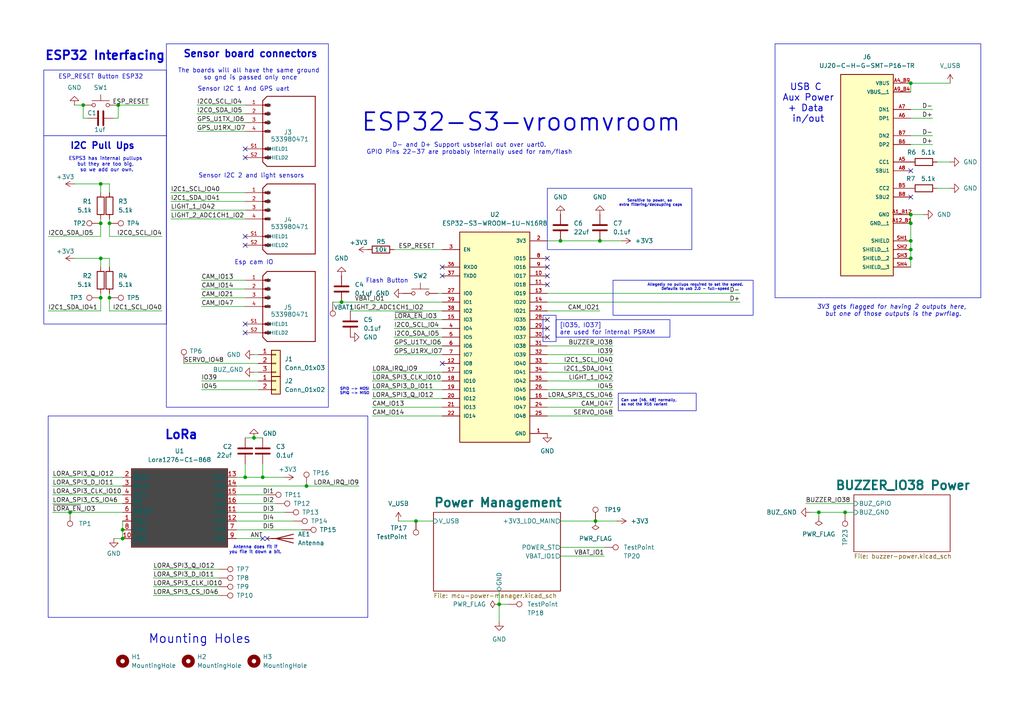
<source format=kicad_sch>
(kicad_sch (version 20250114) (generator "eeschema") (generator_version "9.0")
  (paper "A4")
  (title_block (title "MCU Board Main") (date "2026-01-27") (rev "V2") (company "The Retrievers | Designed by aids") (comment 1 "Balls"))
  (lib_symbols
    (symbol "Connector:TestPoint" (pin_numbers (hide yes)) (pin_names (offset 0.762) (hide yes))
      (property "Reference" "TP" (at 0 6.858 0))
      (property "Value" "TestPoint" (at 0 5.08 0))
      (symbol "TestPoint_0_1"
        (circle (center 0 3.302) (radius 0.762))
      )
      (symbol "TestPoint_1_1"
        (pin passive line (at 0 0 90) (length 2.54) (name "1") (number "1"))
      )
    )
    (symbol "Connector_Generic:Conn_01x02" (pin_names (offset 1.016) (hide yes))
      (property "Reference" "J" (at 0 2.54 0))
      (property "Value" "Conn_01x02" (at 0 -5.08 0))
      (symbol "Conn_01x02_1_1"
        (rectangle (start -1.27 1.27) (end 1.27 -3.81) (stroke (width 0.254)) (fill (type background)))
        (rectangle (start -1.27 0.127) (end 0 -0.127) (stroke (width 0.1524)))
        (rectangle (start -1.27 -2.413) (end 0 -2.667) (stroke (width 0.1524)))
        (pin passive line (at -5.08 0 0) (length 3.81) (name "Pin_1") (number "1"))
        (pin passive line (at -5.08 -2.54 0) (length 3.81) (name "Pin_2") (number "2"))
      )
    )
    (symbol "Connector_Generic:Conn_01x03" (pin_names (offset 1.016) (hide yes))
      (property "Reference" "J" (at 0 5.08 0))
      (property "Value" "Conn_01x03" (at 0 -5.08 0))
      (symbol "Conn_01x03_1_1"
        (rectangle (start -1.27 3.81) (end 1.27 -3.81) (stroke (width 0.254)) (fill (type background)))
        (rectangle (start -1.27 2.667) (end 0 2.413) (stroke (width 0.1524)))
        (rectangle (start -1.27 0.127) (end 0 -0.127) (stroke (width 0.1524)))
        (rectangle (start -1.27 -2.413) (end 0 -2.667) (stroke (width 0.1524)))
        (pin passive line (at -5.08 2.54 0) (length 3.81) (name "Pin_1") (number "1"))
        (pin passive line (at -5.08 0 0) (length 3.81) (name "Pin_2") (number "2"))
        (pin passive line (at -5.08 -2.54 0) (length 3.81) (name "Pin_3") (number "3"))
      )
    )
    (symbol "Device:Antenna" (pin_numbers (hide yes)) (pin_names (offset 1.016) (hide yes))
      (property "Reference" "AE" (at -1.905 1.905 0))
      (property "Value" "Antenna" (at -1.905 0 0))
      (symbol "Antenna_0_1"
        (polyline (pts (xy 0 2.54) (xy 0 -3.81)) (stroke (width 0.254)))
        (polyline (pts (xy 1.27 2.54) (xy 0 -2.54) (xy -1.27 2.54)) (stroke (width 0.254)))
      )
      (symbol "Antenna_1_1"
        (pin input line (at 0 -5.08 90) (length 2.54) (name "A") (number "1"))
      )
    )
    (symbol "Device:C" (pin_numbers (hide yes)) (pin_names (offset 0.254))
      (property "Reference" "C" (at 0.635 2.54 0))
      (property "Value" "C" (at 0.635 -2.54 0))
      (symbol "C_0_1"
        (polyline (pts (xy -2.032 0.762) (xy 2.032 0.762)) (stroke (width 0.508)))
        (polyline (pts (xy -2.032 -0.762) (xy 2.032 -0.762)) (stroke (width 0.508)))
      )
      (symbol "C_1_1"
        (pin passive line (at 0 3.81 270) (length 2.794) (name "~") (number "1"))
        (pin passive line (at 0 -3.81 90) (length 2.794) (name "~") (number "2"))
      )
    )
    (symbol "Device:R" (pin_numbers (hide yes)) (pin_names (offset 0))
      (property "Reference" "R" (at 2.032 0 90))
      (property "Value" "R" (at 0 0 90))
      (symbol "R_0_1"
        (rectangle (start -1.016 -2.54) (end 1.016 2.54) (stroke (width 0.254)))
      )
      (symbol "R_1_1"
        (pin passive line (at 0 3.81 270) (length 1.27) (name "~") (number "1"))
        (pin passive line (at 0 -3.81 90) (length 1.27) (name "~") (number "2"))
      )
    )
    (symbol "ESP32-S3-WROOM-1U-N16R8:ESP32-S3-WROOM-1U-N16R8" (pin_names (offset 1.016))
      (property "Reference" "U" (at -10.16 31.242 0))
      (property "Value" "ESP32-S3-WROOM-1U-N16R8" (at -10.16 -33.02 0))
      (symbol "ESP32-S3-WROOM-1U-N16R8_0_0"
        (rectangle (start -10.16 -30.48) (end 10.16 30.48) (stroke (width 0.254)) (fill (type background)))
        (pin input line (at -15.24 25.4 0) (length 5.08) (name "EN") (number "3"))
        (pin bidirectional line (at -15.24 20.32 0) (length 5.08) (name "RXD0") (number "36"))
        (pin bidirectional line (at -15.24 17.78 0) (length 5.08) (name "TXD0") (number "37"))
        (pin bidirectional line (at -15.24 12.7 0) (length 5.08) (name "IO0") (number "27"))
        (pin bidirectional line (at -15.24 10.16 0) (length 5.08) (name "IO1") (number "39"))
        (pin bidirectional line (at -15.24 7.62 0) (length 5.08) (name "IO2") (number "38"))
        (pin bidirectional line (at -15.24 5.08 0) (length 5.08) (name "IO3") (number "15"))
        (pin bidirectional line (at -15.24 2.54 0) (length 5.08) (name "IO4") (number "4"))
        (pin bidirectional line (at -15.24 0 0) (length 5.08) (name "IO5") (number "5"))
        (pin bidirectional line (at -15.24 -2.54 0) (length 5.08) (name "IO6") (number "6"))
        (pin bidirectional line (at -15.24 -5.08 0) (length 5.08) (name "IO7") (number "7"))
        (pin bidirectional line (at -15.24 -7.62 0) (length 5.08) (name "IO8") (number "12"))
        (pin bidirectional line (at -15.24 -10.16 0) (length 5.08) (name "IO9") (number "17"))
        (pin bidirectional line (at -15.24 -12.7 0) (length 5.08) (name "IO10") (number "18"))
        (pin bidirectional line (at -15.24 -15.24 0) (length 5.08) (name "IO11") (number "19"))
        (pin bidirectional line (at -15.24 -17.78 0) (length 5.08) (name "IO12") (number "20"))
        (pin bidirectional line (at -15.24 -20.32 0) (length 5.08) (name "IO13") (number "21"))
        (pin bidirectional line (at -15.24 -22.86 0) (length 5.08) (name "IO14") (number "22"))
        (pin power_in line (at 15.24 27.94 180) (length 5.08) (name "3V3") (number "2"))
        (pin bidirectional line (at 15.24 22.86 180) (length 5.08) (name "IO15") (number "8"))
        (pin bidirectional line (at 15.24 20.32 180) (length 5.08) (name "IO16") (number "9"))
        (pin bidirectional line (at 15.24 17.78 180) (length 5.08) (name "IO17") (number "10"))
        (pin bidirectional line (at 15.24 15.24 180) (length 5.08) (name "IO18") (number "11"))
        (pin bidirectional line (at 15.24 12.7 180) (length 5.08) (name "IO19") (number "13"))
        (pin bidirectional line (at 15.24 10.16 180) (length 5.08) (name "IO20") (number "14"))
        (pin bidirectional line (at 15.24 7.62 180) (length 5.08) (name "IO21") (number "23"))
        (pin bidirectional line (at 15.24 5.08 180) (length 5.08) (name "IO35") (number "28"))
        (pin bidirectional line (at 15.24 2.54 180) (length 5.08) (name "IO36") (number "29"))
        (pin bidirectional line (at 15.24 0 180) (length 5.08) (name "IO37") (number "30"))
        (pin bidirectional line (at 15.24 -2.54 180) (length 5.08) (name "IO38") (number "31"))
        (pin bidirectional line (at 15.24 -5.08 180) (length 5.08) (name "IO39") (number "32"))
        (pin bidirectional line (at 15.24 -7.62 180) (length 5.08) (name "IO40") (number "33"))
        (pin bidirectional line (at 15.24 -10.16 180) (length 5.08) (name "IO41") (number "34"))
        (pin bidirectional line (at 15.24 -12.7 180) (length 5.08) (name "IO42") (number "35"))
        (pin bidirectional line (at 15.24 -15.24 180) (length 5.08) (name "IO45") (number "26"))
        (pin bidirectional line (at 15.24 -17.78 180) (length 5.08) (name "IO46") (number "16"))
        (pin bidirectional line (at 15.24 -20.32 180) (length 5.08) (name "IO47") (number "24"))
        (pin bidirectional line (at 15.24 -22.86 180) (length 5.08) (name "IO48") (number "25"))
        (pin power_in line (at 15.24 -27.94 180) (length 5.08) (name "GND") (number "1"))
        (pin power_in line (at 15.24 -27.94 180) (length 5.08) (hide yes) (name "GND") (number "40"))
        (pin power_in line (at 15.24 -27.94 180) (length 5.08) (hide yes) (name "GND") (number "41_1"))
        (pin power_in line (at 15.24 -27.94 180) (length 5.08) (hide yes) (name "GND") (number "41_2"))
        (pin power_in line (at 15.24 -27.94 180) (length 5.08) (hide yes) (name "GND") (number "41_3"))
        (pin power_in line (at 15.24 -27.94 180) (length 5.08) (hide yes) (name "GND") (number "41_4"))
        (pin power_in line (at 15.24 -27.94 180) (length 5.08) (hide yes) (name "GND") (number "41_5"))
        (pin power_in line (at 15.24 -27.94 180) (length 5.08) (hide yes) (name "GND") (number "41_6"))
        (pin power_in line (at 15.24 -27.94 180) (length 5.08) (hide yes) (name "GND") (number "41_7"))
        (pin power_in line (at 15.24 -27.94 180) (length 5.08) (hide yes) (name "GND") (number "41_8"))
        (pin power_in line (at 15.24 -27.94 180) (length 5.08) (hide yes) (name "GND") (number "41_9"))
      )
    )
    (symbol "Mechanical:MountingHole" (pin_names (offset 1.016)) (in_bom no)
      (property "Reference" "H" (at 0 5.08 0))
      (property "Value" "MountingHole" (at 0 3.175 0))
      (symbol "MountingHole_0_1"
        (circle (center 0 0) (radius 1.27) (stroke (width 1.27)))
      )
    )
    (symbol "PSAT_Library:533980471" (pin_names (offset 1.016))
      (property "Reference" "J" (at -7.62 11.43 0))
      (property "Value" "533980471" (at -7.62 -12.7 0))
      (symbol "533980471_0_0"
        (polyline (pts (xy -7.62 8.89) (xy -7.62 -8.89)) (stroke (width 0.254)))
        (polyline (pts (xy -7.62 8.89) (xy -6.35 10.16)) (stroke (width 0.254)))
        (polyline (pts (xy -7.62 7.62) (xy -5.715 7.62)) (stroke (width 0.254)))
        (polyline (pts (xy -7.62 5.08) (xy -5.715 5.08)) (stroke (width 0.254)))
        (polyline (pts (xy -7.62 2.54) (xy -5.715 2.54)) (stroke (width 0.254)))
        (polyline (pts (xy -7.62 0) (xy -5.715 0)) (stroke (width 0.254)))
        (polyline (pts (xy -7.62 -5.08) (xy -5.715 -5.08)) (stroke (width 0.254)))
        (polyline (pts (xy -7.62 -7.62) (xy -5.715 -7.62)) (stroke (width 0.254)))
        (polyline (pts (xy -7.62 -8.89) (xy -6.35 -10.16)) (stroke (width 0.254)))
        (rectangle (start -6.985 7.3025) (end -5.3975 7.9375) (stroke (width 0.1)) (fill (type outline)))
        (rectangle (start -6.985 4.7625) (end -5.3975 5.3975) (stroke (width 0.1)) (fill (type outline)))
        (rectangle (start -6.985 2.2225) (end -5.3975 2.8575) (stroke (width 0.1)) (fill (type outline)))
        (rectangle (start -6.985 -0.3175) (end -5.3975 0.3175) (stroke (width 0.1)) (fill (type outline)))
        (rectangle (start -6.985 -5.3975) (end -5.3975 -4.7625) (stroke (width 0.1)) (fill (type outline)))
        (rectangle (start -6.985 -7.9375) (end -5.3975 -7.3025) (stroke (width 0.1)) (fill (type outline)))
        (polyline (pts (xy -6.35 -10.16) (xy 7.62 -10.16)) (stroke (width 0.254)))
        (polyline (pts (xy 7.62 10.16) (xy -6.35 10.16)) (stroke (width 0.254)))
        (polyline (pts (xy 7.62 -10.16) (xy 7.62 10.16)) (stroke (width 0.254)))
        (pin passive line (at -12.7 7.62 0) (length 5.08) (name "1") (number "1"))
        (pin passive line (at -12.7 5.08 0) (length 5.08) (name "2") (number "2"))
        (pin passive line (at -12.7 2.54 0) (length 5.08) (name "3") (number "3"))
        (pin passive line (at -12.7 0 0) (length 5.08) (name "4") (number "4"))
        (pin passive line (at -12.7 -5.08 0) (length 5.08) (name "SHIELD1") (number "S1"))
        (pin passive line (at -12.7 -7.62 0) (length 5.08) (name "SHIELD2") (number "S2"))
      )
    )
    (symbol "PSAT_Library:Lora1276-C1-868"
      (property "Reference" "U" (at 0 0 0))
      (property "Value" "Lora1276-C1-868" (at 0 -25.908 0))
      (symbol "Lora1276-C1-868_1_1"
        (rectangle (start -13.97 -1.27) (end 13.97 -24.13) (fill (type color) (color 72 72 72 1)))
        (pin output line (at -16.51 -3.81 0) (length 2.54) (name "MISO") (number "2"))
        (pin input line (at -16.51 -6.35 0) (length 2.54) (name "MOSI") (number "3"))
        (pin input line (at -16.51 -8.89 0) (length 2.54) (name "SCK") (number "4"))
        (pin input line (at -16.51 -11.43 0) (length 2.54) (name "~{SS}") (number "5"))
        (pin input line (at -16.51 -13.97 0) (length 2.54) (name "~{RESET}") (number "6"))
        (pin power_in line (at -16.51 -16.51 0) (length 2.54) (name "GND") (number "1"))
        (pin power_in line (at -16.51 -19.05 0) (length 2.54) (name "GND") (number "8"))
        (pin power_in line (at -16.51 -21.59 0) (length 2.54) (name "GND") (number "10"))
        (pin power_in line (at 16.51 -3.81 180) (length 2.54) (name "VCC") (number "13"))
        (pin bidirectional line (at 16.51 -6.35 180) (length 2.54) (name "DI0") (number "14"))
        (pin bidirectional line (at 16.51 -8.89 180) (length 2.54) (name "DI1") (number "15"))
        (pin bidirectional line (at 16.51 -11.43 180) (length 2.54) (name "DI2") (number "16"))
        (pin bidirectional line (at 16.51 -13.97 180) (length 2.54) (name "DI3") (number "11"))
        (pin bidirectional line (at 16.51 -16.51 180) (length 2.54) (name "DI4") (number "12"))
        (pin bidirectional line (at 16.51 -19.05 180) (length 2.54) (name "DI5") (number "7"))
        (pin bidirectional line (at 16.51 -21.59 180) (length 2.54) (name "ANT") (number "9"))
      )
    )
    (symbol "Switch:SW_Push" (pin_numbers (hide yes)) (pin_names (offset 1.016) (hide yes))
      (property "Reference" "SW" (at 1.27 2.54 0))
      (property "Value" "SW_Push" (at 0 -1.524 0))
      (symbol "SW_Push_0_1"
        (circle (center -2.032 0) (radius 0.508))
        (polyline (pts (xy 0 1.27) (xy 0 3.048)))
        (circle (center 2.032 0) (radius 0.508))
        (polyline (pts (xy 2.54 1.27) (xy -2.54 1.27)))
        (pin passive line (at -5.08 0 0) (length 2.54) (name "1") (number "1"))
        (pin passive line (at 5.08 0 180) (length 2.54) (name "2") (number "2"))
      )
    )
    (symbol "UJ20-C-H-G-SMT-P16-TR:UJ20-C-H-G-SMT-P16-TR" (pin_names (offset 1.016))
      (property "Reference" "J" (at -7.62 23.622 0))
      (property "Value" "UJ20-C-H-G-SMT-P16-TR" (at -7.62 -36.322 0))
      (symbol "UJ20-C-H-G-SMT-P16-TR_0_0"
        (rectangle (start -7.62 -35.56) (end 7.62 22.86) (stroke (width 0.254)) (fill (type background)))
        (pin power_in line (at 12.7 20.32 180) (length 5.08) (name "VBUS") (number "A4_B9"))
        (pin power_in line (at 12.7 17.78 180) (length 5.08) (name "VBUS__1") (number "A9_B4"))
        (pin passive line (at 12.7 12.7 180) (length 5.08) (name "DN1") (number "A7"))
        (pin passive line (at 12.7 10.16 180) (length 5.08) (name "DP1") (number "A6"))
        (pin passive line (at 12.7 5.08 180) (length 5.08) (name "DN2") (number "B7"))
        (pin passive line (at 12.7 2.54 180) (length 5.08) (name "DP2") (number "B6"))
        (pin passive line (at 12.7 -2.54 180) (length 5.08) (name "CC1") (number "A5"))
        (pin passive line (at 12.7 -5.08 180) (length 5.08) (name "SBU1") (number "A8"))
        (pin passive line (at 12.7 -10.16 180) (length 5.08) (name "CC2") (number "B5"))
        (pin passive line (at 12.7 -12.7 180) (length 5.08) (name "SBU2") (number "B8"))
        (pin power_in line (at 12.7 -17.78 180) (length 5.08) (name "GND") (number "A1_B12"))
        (pin power_in line (at 12.7 -20.32 180) (length 5.08) (name "GND__1") (number "A12_B1"))
        (pin passive line (at 12.7 -25.4 180) (length 5.08) (name "SHIELD") (number "SH1"))
        (pin passive line (at 12.7 -27.94 180) (length 5.08) (name "SHIELD__1") (number "SH2"))
        (pin passive line (at 12.7 -30.48 180) (length 5.08) (name "SHIELD__2") (number "SH3"))
        (pin passive line (at 12.7 -33.02 180) (length 5.08) (name "SHIELD__3") (number "SH4"))
      )
    )
    (symbol "power:+3V3" (power) (pin_numbers (hide yes)) (pin_names (offset 0) (hide yes))
      (property "Value" "+3V3" (at 0 3.556 0))
      (symbol "+3V3_0_1"
        (polyline (pts (xy -0.762 1.27) (xy 0 2.54)))
        (polyline (pts (xy 0 2.54) (xy 0.762 1.27)))
        (polyline (pts (xy 0 0) (xy 0 2.54)))
      )
      (symbol "+3V3_1_1"
        (pin power_in line (at 0 0 90) (length 0) (name "~") (number "1"))
      )
    )
    (symbol "power:GND" (power) (pin_numbers (hide yes)) (pin_names (offset 0) (hide yes))
      (property "Value" "GND" (at 0 -3.81 0))
      (symbol "GND_0_1"
        (polyline (pts (xy 0 0) (xy 0 -1.27) (xy 1.27 -1.27) (xy 0 -2.54) (xy -1.27 -1.27) (xy 0 -1.27)))
      )
      (symbol "GND_1_1"
        (pin power_in line (at 0 0 270) (length 0) (name "~") (number "1"))
      )
    )
    (symbol "power:PWR_FLAG" (power) (pin_numbers (hide yes)) (pin_names (offset 0) (hide yes))
      (property "Value" "PWR_FLAG" (at 0 3.81 0))
      (symbol "PWR_FLAG_0_0"
        (pin power_out line (at 0 0 90) (length 0) (name "~") (number "1"))
      )
      (symbol "PWR_FLAG_0_1"
        (polyline (pts (xy 0 0) (xy 0 1.27) (xy -1.016 1.905) (xy 0 2.54) (xy 1.016 1.905) (xy 0 1.27)))
      )
    )
  )
  (rectangle (start 12.7 39.37) (end 48.26 93.98))
  (rectangle (start 179.324 114.046) (end 201.93 119.126))
  (rectangle (start 13.97 120.65) (end 106.68 179.07))
  (rectangle (start 224.79 12.7) (end 284.48 86.36))
  (rectangle (start 161.29 92.71) (end 194.31 97.79))
  (rectangle (start 12.7 20.32) (end 48.26 39.37))
  (rectangle (start 48.26 12.7) (end 95.25 118.11))
  (rectangle (start 158.75 54.61) (end 200.66 72.39))
  (rectangle (start 157.48 91.44) (end 161.29 99.06))
  (rectangle (start 177.8 81.28) (end 218.44 91.44))
  (text "Esp cam IO" (at 73.66 76.2 0) (effects (font (size 1.27 1.27))))
  (text "3V3 gets flagged for having 2 outputs here, \nbut one of those outputs is the pwrflag." (at 259.08 90.17 0) (effects (font (size 1.27 1.27) (thickness 0.1588) (italic yes))))
  (text "ESP32 Interfacing" (at 30.48 16.256 0) (effects (font (size 2.54 2.54) (thickness 0.508) (bold yes))))
  (text "LoRa" (at 52.578 126.238 0) (effects (font (size 2.54 2.54) (thickness 0.508) (bold yes))))
  (text "ESPS3 has internal pullups \nbut they are too big, \nso we add our own." (at 30.988 47.752 0) (effects (font (size 1.016 1.016))))
  (text "ESP_RESET Button ESP32" (at 29.21 22.352 0) (effects (font (size 1.27 1.27))))
  (text "Can use [46, 48] normally, \nas not the R16 variant" (at 180.086 116.84 0) (effects (font (size 0.762 0.762)) (justify left)))
  (text "Sensor I2C 1 And GPS uart" (at 70.612 25.908 0) (effects (font (size 1.27 1.27))))
  (text "SPID -> MOSI\nSPIQ -> MISO" (at 102.87 113.538 0) (effects (font (size 0.762 0.762))))
  (text "Sensitive to power, so \nextra filtering/decoupling caps" (at 188.722 58.928 0) (effects (font (size 0.762 0.762))))
  (text "Sensor board connectors" (at 72.644 15.748 0) (effects (font (size 2.032 2.032) (thickness 0.4064) (bold yes))))
  (text "The boards will all have the same ground \nso gnd is passed only once" (at 72.644 21.59 0) (effects (font (size 1.27 1.27))))
  (text "Mounting Holes" (at 57.912 185.42 0) (effects (font (size 2.54 2.54) (thickness 0.254) (bold yes))))
  (text "Allegedly no pullups required to set the speed.\nDefaults to usb 2.0 - full-speed" (at 201.676 83.312 0) (effects (font (size 0.762 0.762))))
  (text "ESP32-S3-vroomvroom" (at 151.13 35.56 0) (effects (font (size 5.08 5.08) (thickness 0.508) (bold yes))))
  (text "USB C \nAux Power\n+ Data \nin/out" (at 234.442 29.972 0) (effects (font (size 1.905 1.905) (thickness 0.2381))))
  (text "Antenna does fit if \nyou file it down a bit. " (at 74.422 159.512 0) (effects (font (size 0.889 0.889) (thickness 0.1588))))
  (text "Sensor I2C 2 and light sensors" (at 72.898 51.054 0) (effects (font (size 1.27 1.27))))
  (text "I2C Pull Ups" (at 29.718 42.418 0) (effects (font (size 1.905 1.905) (thickness 0.381) (bold yes))))
  (text "[IO35, IO37]\nare used for internal PSRAM" (at 162.306 95.504 0) (effects (font (size 1.27 1.27)) (justify left)))
  (text "Flash Button" (at 112.268 81.534 0) (effects (font (size 1.27 1.27))))
  (text "D- and D+ Support usbserial out over uart0.\nGPIO Pins 22-37 are probably internally used for ram/flash\n" (at 136.144 43.18 0) (effects (font (size 1.27 1.27))))
  (junction (at 29.21 53.34))
  (junction (at 34.29 30.48))
  (junction (at 264.16 62.23))
  (junction (at 71.12 138.43))
  (junction (at 144.78 175.26))
  (junction (at 31.75 86.36))
  (junction (at 264.16 74.93))
  (junction (at 237.49 148.59))
  (junction (at 162.56 69.85))
  (junction (at 264.16 24.13))
  (junction (at 245.11 148.59))
  (junction (at 73.66 127))
  (junction (at 264.16 69.85))
  (junction (at 76.2 138.43))
  (junction (at 35.56 156.21))
  (junction (at 173.99 69.85))
  (junction (at 29.21 86.36))
  (junction (at 99.06 87.63))
  (junction (at 24.13 30.48))
  (junction (at 172.72 151.13))
  (junction (at 35.56 153.67))
  (junction (at 31.75 64.77))
  (junction (at 88.9 140.97))
  (junction (at 29.21 74.93))
  (junction (at 120.65 151.13))
  (junction (at 264.16 72.39))
  (junction (at 264.16 64.77))
  (junction (at 20.32 148.59))
  (junction (at 29.21 64.77))
  (no_connect (at 158.75 77.47))
  (no_connect (at 77.47 156.21))
  (no_connect (at 71.12 71.12))
  (no_connect (at 71.12 43.18))
  (no_connect (at 128.27 77.47))
  (no_connect (at 71.12 96.52))
  (no_connect (at 158.75 74.93))
  (no_connect (at 128.27 80.01))
  (no_connect (at 71.12 45.72))
  (no_connect (at 158.75 95.25))
  (no_connect (at 71.12 68.58))
  (no_connect (at 76.2 156.21))
  (no_connect (at 158.75 80.01))
  (no_connect (at 158.75 82.55))
  (no_connect (at 128.27 105.41))
  (no_connect (at 264.16 57.15))
  (no_connect (at 71.12 93.98))
  (no_connect (at 158.75 92.71))
  (no_connect (at 158.75 97.79))
  (no_connect (at 264.16 49.53))
  (wire (pts (xy 73.66 102.87) (xy 74.93 102.87)))
  (wire (pts (xy 76.2 134.62) (xy 76.2 138.43)))
  (wire (pts (xy 114.3 97.79) (xy 128.27 97.79)))
  (wire (pts (xy 31.75 85.09) (xy 31.75 86.36)))
  (wire (pts (xy 158.75 110.49) (xy 177.8 110.49)))
  (wire (pts (xy 15.24 140.97) (xy 35.56 140.97)))
  (wire (pts (xy 58.42 81.28) (xy 71.12 81.28)))
  (wire (pts (xy 270.51 34.29) (xy 264.16 34.29)))
  (wire (pts (xy 271.78 54.61) (xy 275.59 54.61)))
  (wire (pts (xy 24.13 30.48) (xy 24.13 34.29)))
  (wire (pts (xy 115.57 151.13) (xy 120.65 151.13)))
  (wire (pts (xy 107.95 115.57) (xy 128.27 115.57)))
  (wire (pts (xy 73.66 127) (xy 76.2 127)))
  (wire (pts (xy 88.9 140.97) (xy 104.14 140.97)))
  (wire (pts (xy 158.75 120.65) (xy 177.8 120.65)))
  (wire (pts (xy 99.06 87.63) (xy 128.27 87.63)))
  (wire (pts (xy 158.75 90.17) (xy 173.99 90.17)))
  (wire (pts (xy 158.75 102.87) (xy 177.8 102.87)))
  (wire (pts (xy 49.53 63.5) (xy 71.12 63.5)))
  (wire (pts (xy 31.75 86.36) (xy 31.75 90.17)))
  (wire (pts (xy 107.95 107.95) (xy 128.27 107.95)))
  (wire (pts (xy 264.16 69.85) (xy 264.16 72.39)))
  (wire (pts (xy 20.32 148.59) (xy 35.56 148.59)))
  (wire (pts (xy 31.75 64.77) (xy 31.75 68.58)))
  (wire (pts (xy 158.75 107.95) (xy 177.8 107.95)))
  (wire (pts (xy 120.65 151.13) (xy 125.73 151.13)))
  (wire (pts (xy 245.11 148.59) (xy 247.65 148.59)))
  (wire (pts (xy 264.16 74.93) (xy 264.16 77.47)))
  (wire (pts (xy 58.42 110.49) (xy 74.93 110.49)))
  (wire (pts (xy 158.75 105.41) (xy 177.8 105.41)))
  (wire (pts (xy 264.16 72.39) (xy 264.16 74.93)))
  (wire (pts (xy 175.26 161.29) (xy 162.56 161.29)))
  (wire (pts (xy 35.56 151.13) (xy 35.56 153.67)))
  (wire (pts (xy 267.97 62.23) (xy 264.16 62.23)))
  (wire (pts (xy 49.53 60.96) (xy 71.12 60.96)))
  (wire (pts (xy 264.16 64.77) (xy 264.16 69.85)))
  (wire (pts (xy 114.3 100.33) (xy 128.27 100.33)))
  (wire (pts (xy 63.5 172.72) (xy 44.45 172.72)))
  (wire (pts (xy 158.75 100.33) (xy 177.8 100.33)))
  (wire (pts (xy 158.75 69.85) (xy 162.56 69.85)))
  (wire (pts (xy 173.99 69.85) (xy 180.34 69.85)))
  (wire (pts (xy 107.95 113.03) (xy 128.27 113.03)))
  (wire (pts (xy 158.75 85.09) (xy 214.63 85.09)))
  (wire (pts (xy 71.12 138.43) (xy 76.2 138.43)))
  (wire (pts (xy 114.3 72.39) (xy 128.27 72.39)))
  (wire (pts (xy 68.58 156.21) (xy 76.2 156.21)))
  (wire (pts (xy 29.21 68.58) (xy 13.97 68.58)))
  (wire (pts (xy 71.12 127) (xy 73.66 127)))
  (wire (pts (xy 71.12 134.62) (xy 71.12 138.43)))
  (wire (pts (xy 34.29 30.48) (xy 43.18 30.48)))
  (wire (pts (xy 179.07 151.13) (xy 172.72 151.13)))
  (wire (pts (xy 34.29 34.29) (xy 34.29 30.48)))
  (wire (pts (xy 31.75 74.93) (xy 29.21 74.93)))
  (wire (pts (xy 31.75 53.34) (xy 31.75 55.88)))
  (wire (pts (xy 107.95 118.11) (xy 128.27 118.11)))
  (wire (pts (xy 29.21 74.93) (xy 29.21 77.47)))
  (wire (pts (xy 73.66 107.95) (xy 74.93 107.95)))
  (wire (pts (xy 68.58 138.43) (xy 71.12 138.43)))
  (wire (pts (xy 57.15 35.56) (xy 71.12 35.56)))
  (wire (pts (xy 21.59 30.48) (xy 24.13 30.48)))
  (wire (pts (xy 58.42 88.9) (xy 71.12 88.9)))
  (wire (pts (xy 264.16 24.13) (xy 264.16 26.67)))
  (wire (pts (xy 107.95 110.49) (xy 128.27 110.49)))
  (wire (pts (xy 31.75 68.58) (xy 46.99 68.58)))
  (wire (pts (xy 24.13 34.29) (xy 25.4 34.29)))
  (wire (pts (xy 76.2 138.43) (xy 82.55 138.43)))
  (wire (pts (xy 33.02 34.29) (xy 34.29 34.29)))
  (wire (pts (xy 58.42 83.82) (xy 71.12 83.82)))
  (wire (pts (xy 68.58 148.59) (xy 82.55 148.59)))
  (wire (pts (xy 31.75 63.5) (xy 31.75 64.77)))
  (wire (pts (xy 58.42 113.03) (xy 74.93 113.03)))
  (wire (pts (xy 68.58 140.97) (xy 88.9 140.97)))
  (wire (pts (xy 57.15 33.02) (xy 71.12 33.02)))
  (wire (pts (xy 68.58 153.67) (xy 87.63 153.67)))
  (wire (pts (xy 29.21 53.34) (xy 29.21 55.88)))
  (wire (pts (xy 158.75 87.63) (xy 214.63 87.63)))
  (wire (pts (xy 114.3 92.71) (xy 128.27 92.71)))
  (wire (pts (xy 15.24 143.51) (xy 35.56 143.51)))
  (wire (pts (xy 57.15 30.48) (xy 71.12 30.48)))
  (wire (pts (xy 147.32 175.26) (xy 144.78 175.26)))
  (wire (pts (xy 53.34 105.41) (xy 74.93 105.41)))
  (wire (pts (xy 15.24 146.05) (xy 35.56 146.05)))
  (wire (pts (xy 35.56 153.67) (xy 35.56 156.21)))
  (wire (pts (xy 101.6 90.17) (xy 128.27 90.17)))
  (wire (pts (xy 31.75 74.93) (xy 31.75 77.47)))
  (wire (pts (xy 15.24 148.59) (xy 20.32 148.59)))
  (wire (pts (xy 29.21 85.09) (xy 29.21 86.36)))
  (wire (pts (xy 271.78 46.99) (xy 275.59 46.99)))
  (wire (pts (xy 29.21 90.17) (xy 13.97 90.17)))
  (wire (pts (xy 21.59 53.34) (xy 29.21 53.34)))
  (wire (pts (xy 68.58 143.51) (xy 77.47 143.51)))
  (wire (pts (xy 68.58 146.05) (xy 80.01 146.05)))
  (wire (pts (xy 158.75 115.57) (xy 177.8 115.57)))
  (wire (pts (xy 114.3 95.25) (xy 128.27 95.25)))
  (wire (pts (xy 29.21 63.5) (xy 29.21 64.77)))
  (wire (pts (xy 114.3 102.87) (xy 128.27 102.87)))
  (wire (pts (xy 264.16 62.23) (xy 264.16 64.77)))
  (wire (pts (xy 15.24 138.43) (xy 35.56 138.43)))
  (wire (pts (xy 162.56 151.13) (xy 172.72 151.13)))
  (wire (pts (xy 237.49 148.59) (xy 245.11 148.59)))
  (wire (pts (xy 158.75 113.03) (xy 177.8 113.03)))
  (wire (pts (xy 63.5 165.1) (xy 44.45 165.1)))
  (wire (pts (xy 29.21 64.77) (xy 29.21 68.58)))
  (wire (pts (xy 57.15 38.1) (xy 71.12 38.1)))
  (wire (pts (xy 31.75 53.34) (xy 29.21 53.34)))
  (wire (pts (xy 63.5 167.64) (xy 44.45 167.64)))
  (wire (pts (xy 237.49 149.86) (xy 237.49 148.59)))
  (wire (pts (xy 162.56 69.85) (xy 173.99 69.85)))
  (wire (pts (xy 31.75 90.17) (xy 46.99 90.17)))
  (wire (pts (xy 63.5 170.18) (xy 44.45 170.18)))
  (wire (pts (xy 233.68 146.05) (xy 247.65 146.05)))
  (wire (pts (xy 58.42 86.36) (xy 71.12 86.36)))
  (wire (pts (xy 49.53 55.88) (xy 71.12 55.88)))
  (wire (pts (xy 234.95 148.59) (xy 237.49 148.59)))
  (wire (pts (xy 68.58 151.13) (xy 85.09 151.13)))
  (wire (pts (xy 107.95 120.65) (xy 128.27 120.65)))
  (wire (pts (xy 144.78 175.26) (xy 144.78 180.34)))
  (wire (pts (xy 270.51 41.91) (xy 264.16 41.91)))
  (wire (pts (xy 175.26 158.75) (xy 162.56 158.75)))
  (wire (pts (xy 264.16 24.13) (xy 275.59 24.13)))
  (wire (pts (xy 144.78 171.45) (xy 144.78 175.26)))
  (wire (pts (xy 99.06 87.63) (xy 96.52 87.63)))
  (wire (pts (xy 127 85.09) (xy 128.27 85.09)))
  (wire (pts (xy 270.51 31.75) (xy 264.16 31.75)))
  (wire (pts (xy 158.75 118.11) (xy 177.8 118.11)))
  (wire (pts (xy 49.53 58.42) (xy 71.12 58.42)))
  (wire (pts (xy 21.59 74.93) (xy 29.21 74.93)))
  (wire (pts (xy 270.51 39.37) (xy 264.16 39.37)))
  (wire (pts (xy 29.21 86.36) (xy 29.21 90.17)))
  (wire (pts (xy 33.02 156.21) (xy 35.56 156.21)))
  (label "DI3" (at 76.2 148.59 0))
  (label "CAM_IO14" (at 107.95 120.65 0))
  (label "IO39" (at 58.42 110.49 0))
  (label "LORA_SPI3_CS_IO46" (at 177.8 115.57 180))
  (label "GPS_U1RX_IO7" (at 114.3 102.87 0))
  (label "LORA_SPI3_CLK_IO10" (at 44.45 170.18 0))
  (label "D-" (at 214.63 85.09 180))
  (label "ESP_RESET" (at 43.18 30.48 180))
  (label "LORA_SPI3_Q_IO12" (at 44.45 165.1 0))
  (label "CAM_IO47" (at 58.42 88.9 0))
  (label "BUZZER_IO38" (at 233.68 146.05 0))
  (label "I2C1_SDA_IO41" (at 177.8 107.95 180))
  (label "CAM_IO14" (at 58.42 83.82 0))
  (label "LIGHT_2_ADC1CH1_IO2" (at 49.53 63.5 0))
  (label "BUZZER_IO38" (at 177.8 100.33 180))
  (label "LORA_SPI3_CS_IO46" (at 15.24 146.05 0))
  (label "I2C0_SDA_IO5" (at 57.15 33.02 0))
  (label "DI5" (at 76.2 153.67 0))
  (label "IO45" (at 58.42 113.03 0))
  (label "LIGHT_1_IO42" (at 49.53 60.96 0))
  (label "GPS_U1TX_IO6" (at 114.3 100.33 0))
  (label "D+" (at 270.51 34.29 180))
  (label "I2C1_SCL_IO40" (at 177.8 105.41 180))
  (label "ANT" (at 76.2 156.21 180))
  (label "I2C0_SCL_IO4" (at 57.15 30.48 0))
  (label "IO45" (at 177.8 113.03 180))
  (label "LORA_IRQ_IO9" (at 107.95 107.95 0))
  (label "IO39" (at 177.8 102.87 180))
  (label "LORA_SPI3_Q_IO12" (at 15.24 138.43 0))
  (label "VBAT_IO1" (at 102.87 87.63 0))
  (label "~{LORA_EN}_IO3" (at 15.24 148.59 0))
  (label "I2C0_SCL_IO4" (at 46.99 68.58 180))
  (label "LORA_SPI3_Q_IO12" (at 107.95 115.57 0))
  (label "LORA_SPI3_D_IO11" (at 44.45 167.64 0))
  (label "D-" (at 270.51 31.75 180))
  (label "D+" (at 270.51 41.91 180))
  (label "LORA_IRQ_IO9" (at 104.14 140.97 180))
  (label "ESP_RESET" (at 115.57 72.39 0))
  (label "LORA_SPI3_D_IO11" (at 107.95 113.03 0))
  (label "SERVO_IO48" (at 177.8 120.65 180))
  (label "D+" (at 214.63 87.63 180))
  (label "CAM_IO47" (at 177.8 118.11 180))
  (label "LORA_SPI3_CS_IO46" (at 44.45 172.72 0))
  (label "I2C0_SDA_IO5" (at 114.3 97.79 0))
  (label "LORA_SPI3_D_IO11" (at 15.24 140.97 0))
  (label "I2C1_SDA_IO41" (at 13.97 90.17 0))
  (label "VBAT_IO1" (at 175.26 161.29 180))
  (label "I2C1_SCL_IO40" (at 46.99 90.17 180))
  (label "I2C1_SCL_IO40" (at 49.53 55.88 0))
  (label "CAM_IO13" (at 107.95 118.11 0))
  (label "DI2" (at 76.2 146.05 0))
  (label "~{LORA_EN}_IO3" (at 114.3 92.71 0))
  (label "CAM_IO13" (at 58.42 81.28 0))
  (label "LIGHT_1_IO42" (at 177.8 110.49 180))
  (label "LIGHT_2_ADC1CH1_IO2" (at 101.6 90.17 0))
  (label "GPS_U1RX_IO7" (at 57.15 38.1 0))
  (label "GPS_U1TX_IO6" (at 57.15 35.56 0))
  (label "DI4" (at 76.2 151.13 0))
  (label "I2C0_SCL_IO4" (at 114.3 95.25 0))
  (label "DI1" (at 76.2 143.51 0))
  (label "I2C1_SDA_IO41" (at 49.53 58.42 0))
  (label "I2C0_SDA_IO5" (at 13.97 68.58 0))
  (label "SERVO_IO48" (at 53.34 105.41 0))
  (label "LORA_SPI3_CLK_IO10" (at 15.24 143.51 0))
  (label "LORA_SPI3_CLK_IO10" (at 107.95 110.49 0))
  (label "CAM_IO21" (at 58.42 86.36 0))
  (label "D-" (at 270.51 39.37 180))
  (label "CAM_IO21" (at 173.99 90.17 180))
  (symbol (lib_id "Connector:TestPoint") (at 147.32 175.26 270) (mirror x) (unit 1)
    (property "Reference" "TP18" (at 152.908 177.8 90) (effects (justify left)))
    (property "Value" "TestPoint" (at 152.908 175.26 90) (effects (justify left)))
    (property "Footprint" "TestPoint:TestPoint_Pad_D1.0mm" (effects (hide yes)))
    (property "Description" "test point" (effects (hide yes)))
  )
  (symbol (lib_id "power:GND") (at 73.66 127 180) (unit 1)
    (property "Reference" "#PWR07" (effects (hide yes)))
    (property "Value" "GND" (at 76.2 125.7299 0) (effects (justify right)))
    (property "Description" "Power symbol creates a global label with name \"GND\" , ground" (effects (hide yes)))
  )
  (symbol (lib_id "power:+3V3") (at 179.07 151.13 270) (mirror x) (unit 1)
    (property "Reference" "#PWR018" (effects (hide yes)))
    (property "Value" "+3V3" (at 182.88 151.1299 90) (effects (justify left)))
    (property "Description" "Power symbol creates a global label with name \"+3V3\"" (effects (hide yes)))
  )
  (symbol (lib_id "Connector:TestPoint") (at 29.21 86.36 90) (unit 1)
    (property "Reference" "TP3" (at 22.098 86.36 90))
    (property "Value" "TestPoint" (effects (hide yes)))
    (property "Footprint" "TestPoint:TestPoint_Pad_D1.0mm" (effects (hide yes)))
    (property "Description" "test point" (effects (hide yes)))
  )
  (symbol (lib_id "Device:R") (at 29.21 81.28 0) (mirror x) (unit 1)
    (property "Reference" "R2" (at 26.67 80.0099 0) (effects (justify right)))
    (property "Value" "5.1k" (at 26.67 82.5499 0) (effects (justify right)))
    (property "Footprint" "Resistor_SMD:R_0805_2012Metric" (effects (hide yes)))
    (property "Description" "Resistor" (effects (hide yes)))
  )
  (symbol (lib_id "Connector:TestPoint") (at 120.65 151.13 0) (mirror x) (unit 1)
    (property "Reference" "TP17" (at 118.11 153.1619 0) (effects (justify right)))
    (property "Value" "TestPoint" (at 118.11 155.7019 0) (effects (justify right)))
    (property "Footprint" "TestPoint:TestPoint_Pad_D1.0mm" (effects (hide yes)))
    (property "Description" "test point" (effects (hide yes)))
  )
  (symbol (lib_id "power:+3V3") (at 106.68 72.39 90) (unit 1)
    (property "Reference" "#PWR011" (effects (hide yes)))
    (property "Value" "+3V3" (at 106.68 70.358 90) (effects (justify left)))
    (property "Description" "Power symbol creates a global label with name \"+3V3\"" (effects (hide yes)))
  )
  (symbol (lib_id "power:GND") (at 158.75 125.73 0) (unit 1)
    (property "Reference" "#PWR015" (effects (hide yes)))
    (property "Value" "GND" (at 158.75 130.81 0))
    (property "Description" "Power symbol creates a global label with name \"GND\" , ground" (effects (hide yes)))
  )
  (symbol (lib_id "PSAT_Library:533980471") (at 83.82 88.9 0) (unit 1)
    (property "Reference" "J5" (at 82.296 89.154 0) (effects (justify left)))
    (property "Value" "533980471" (at 78.486 91.186 0) (effects (justify left)))
    (property "Footprint" "PSAT_Library:MOLEX_533980471" (effects (hide yes)))
    (property "PARTREV" "A" (effects (hide yes)))
    (property "STANDARD" "Manufacturer Recommendations" (effects (hide yes)))
    (property "MAXIMUM_PACKAGE_HEIGHT" "4.7 mm" (effects (hide yes)))
    (property "MANUFACTURER" "Molex" (effects (hide yes)))
  )
  (symbol (lib_id "UJ20-C-H-G-SMT-P16-TR:UJ20-C-H-G-SMT-P16-TR") (at 251.46 44.45 0) (unit 1)
    (property "Reference" "J6" (at 251.46 16.51 0))
    (property "Value" "UJ20-C-H-G-SMT-P16-TR" (at 251.46 19.05 0))
    (property "Footprint" "PSAT_Library:SAMESKY_UJ20-C-H-G-SMT-P16-TR" (effects (hide yes)))
    (property "PARTREV" "1.0" (effects (hide yes)))
    (property "STANDARD" "Manufacturer Recommendations" (effects (hide yes)))
    (property "MAXIMUM_PACKAGE_HEIGHT" "3.36mm" (effects (hide yes)))
    (property "MANUFACTURER" "Same Sky" (effects (hide yes)))
  )
  (symbol (lib_id "Connector:TestPoint") (at 53.34 105.41 0) (mirror y) (unit 1)
    (property "Reference" "TP6" (at 58.674 101.854 0) (effects (justify left)))
    (property "Value" "TestPoint" (effects (hide yes)))
    (property "Footprint" "TestPoint:TestPoint_Pad_D1.0mm" (effects (hide yes)))
    (property "Description" "test point" (effects (hide yes)))
  )
  (symbol (lib_id "Connector:TestPoint") (at 85.09 151.13 270) (unit 1)
    (property "Reference" "TP14" (at 90.17 151.1299 90) (effects (justify left)))
    (property "Value" "TestPoint" (effects (hide yes)))
    (property "Footprint" "TestPoint:TestPoint_Pad_D1.0mm" (effects (hide yes)))
    (property "Description" "test point" (effects (hide yes)))
  )
  (symbol (lib_id "Connector:TestPoint") (at 63.5 170.18 270) (unit 1)
    (property "Reference" "TP9" (at 68.58 170.1799 90) (effects (justify left)))
    (property "Value" "TestPoint" (effects (hide yes)))
    (property "Footprint" "TestPoint:TestPoint_Pad_D1.0mm" (effects (hide yes)))
    (property "Description" "test point" (effects (hide yes)))
  )
  (symbol (lib_id "Connector:TestPoint") (at 80.01 146.05 270) (unit 1)
    (property "Reference" "TP12" (at 85.09 146.0499 90) (effects (justify left)))
    (property "Value" "TestPoint" (effects (hide yes)))
    (property "Footprint" "TestPoint:TestPoint_Pad_D1.0mm" (effects (hide yes)))
    (property "Description" "test point" (effects (hide yes)))
  )
  (symbol (lib_id "power:GND") (at 101.6 97.79 90) (unit 1)
    (property "Reference" "#PWR010" (effects (hide yes)))
    (property "Value" "GND" (at 105.41 97.7899 90) (effects (justify right)))
    (property "Description" "Power symbol creates a global label with name \"GND\" , ground" (effects (hide yes)))
  )
  (symbol (lib_id "Connector_Generic:Conn_01x03") (at 80.01 105.41 0) (unit 1)
    (property "Reference" "J1" (at 82.55 104.1399 0) (effects (justify left)))
    (property "Value" "Conn_01x03" (at 82.55 106.6799 0) (effects (justify left)))
    (property "Footprint" "Connector_PinHeader_2.54mm:PinHeader_1x03_P2.54mm_Vertical" (effects (hide yes)))
    (property "Description" "Generic connector, single row, 01x03, script generated (kicad-library-utils/schlib/autogen/connector/)" (effects (hide yes)))
  )
  (symbol (lib_id "power:+3V3") (at 180.34 69.85 270) (unit 1)
    (property "Reference" "#PWR019" (effects (hide yes)))
    (property "Value" "+3V3" (at 184.15 69.8499 90) (effects (justify left)))
    (property "Description" "Power symbol creates a global label with name \"+3V3\"" (effects (hide yes)))
  )
  (symbol (lib_id "power:PWR_FLAG") (at 144.78 175.26 90) (unit 1)
    (property "Reference" "#FLG01" (effects (hide yes)))
    (property "Value" "PWR_FLAG" (at 140.97 175.2599 90) (effects (justify left)))
    (property "Description" "Special symbol for telling ERC where power comes from" (effects (hide yes)))
  )
  (symbol (lib_id "Mechanical:MountingHole") (at 73.66 191.77 0) (unit 1) (in_bom no)
    (property "Reference" "H3" (at 76.2 190.4999 0) (effects (justify left)))
    (property "Value" "MountingHole" (at 76.2 193.0399 0) (effects (justify left)))
    (property "Footprint" "PSAT_Library:Mounting-Hole-3mm-0.05mm-pad" (effects (hide yes)))
    (property "Description" "Mounting Hole without connection" (effects (hide yes)))
  )
  (symbol (lib_id "power:GND") (at 73.66 102.87 270) (unit 1)
    (property "Reference" "#PWR05" (effects (hide yes)))
    (property "Value" "GND" (at 69.85 102.8699 90) (effects (justify right)))
    (property "Description" "Power symbol creates a global label with name \"GND\" , ground" (effects (hide yes)))
  )
  (symbol (lib_id "power:GND") (at 144.78 180.34 0) (unit 1)
    (property "Reference" "#PWR014" (effects (hide yes)))
    (property "Value" "GND" (at 144.78 185.42 0))
    (property "Description" "Power symbol creates a global label with name \"GND\" , ground" (effects (hide yes)))
  )
  (symbol (lib_id "power:GND") (at 116.84 85.09 270) (unit 1)
    (property "Reference" "#PWR013" (effects (hide yes)))
    (property "Value" "GND" (at 113.03 85.0899 90) (effects (justify right)))
    (property "Description" "Power symbol creates a global label with name \"GND\" , ground" (effects (hide yes)))
  )
  (symbol (lib_id "Connector:TestPoint") (at 96.52 87.63 0) (mirror x) (unit 1)
    (property "Reference" "VBAT1" (at 96.774 89.154 0) (effects (justify left)))
    (property "Value" "TestPoint" (effects (hide yes)))
    (property "Footprint" "TestPoint:TestPoint_Pad_D1.0mm" (effects (hide yes)))
    (property "Description" "test point" (effects (hide yes)))
  )
  (symbol (lib_id "ESP32-S3-WROOM-1U-N16R8:ESP32-S3-WROOM-1U-N16R8") (at 143.51 97.79 0) (unit 1)
    (property "Reference" "U2" (at 143.51 62.23 0))
    (property "Value" "ESP32-S3-WROOM-1U-N16R8" (at 143.51 64.77 0))
    (property "Footprint" "footprints2:ESP32-S3-WROOM-1U" (effects (hide yes)))
    (property "PARTREV" "v1.1" (effects (hide yes)))
    (property "STANDARD" "Manufacturer Recommendations" (effects (hide yes)))
    (property "MAXIMUM_PACKAGE_HEIGHT" "3.35mm" (effects (hide yes)))
    (property "MANUFACTURER" "Espressif Systems" (effects (hide yes)))
    (property "MF" "Espressif Systems" (effects (hide yes)))
    (property "Package" "SMD-41 Espressif Systems" (effects (hide yes)))
    (property "Price" "None" (effects (hide yes)))
    (property "Check_prices" "https://www.snapeda.com/parts/ESP32-S3-WROOM-1U-N16R8/Espressif+Systems/view-part/?ref=eda" (effects (hide yes)))
    (property "SnapEDA_Link" "https://www.snapeda.com/parts/ESP32-S3-WROOM-1U-N16R8/Espressif+Systems/view-part/?ref=snap" (effects (hide yes)))
    (property "MP" "ESP32-S3-WROOM-1U-N16R8" (effects (hide yes)))
    (property "Description_1" "Bluetooth, WiFi 802.11b/g/n, Bluetooth v5.0 Transceiver Module 2.4GHz Antenna Not Included, U.FL Surface Mount" (effects (hide yes)))
    (property "Availability" "In Stock" (effects (hide yes)))
  )
  (symbol (lib_id "PSAT_Library:Lora1276-C1-868") (at 52.07 134.62 0) (unit 1)
    (property "Reference" "U1" (at 52.07 130.81 0))
    (property "Value" "Lora1276-C1-868" (at 52.07 133.35 0))
    (property "Footprint" "PSAT_Library:Lora1276-C1-868" (effects (hide yes)))
  )
  (symbol (lib_id "power:GND") (at 73.66 107.95 270) (unit 1)
    (property "Reference" "#PWR06" (effects (hide yes)))
    (property "Value" "BUZ_GND" (at 70.612 107.188 90) (effects (justify right)))
    (property "Description" "Power symbol creates a global label with name \"GND\" , ground" (effects (hide yes)))
  )
  (symbol (lib_id "Device:C") (at 162.56 66.04 180) (unit 1)
    (property "Reference" "C6" (at 166.37 64.7699 0) (effects (justify right)))
    (property "Value" "22uf" (at 166.37 67.3099 0) (effects (justify right)))
    (property "Footprint" "Capacitor_SMD:C_0805_2012Metric" (effects (hide yes)))
    (property "Description" "Unpolarized capacitor" (effects (hide yes)))
  )
  (symbol (lib_id "Connector:TestPoint") (at 88.9 140.97 0) (unit 1)
    (property "Reference" "TP16" (at 90.678 137.16 0) (effects (justify left)))
    (property "Value" "TestPoint" (effects (hide yes)))
    (property "Footprint" "TestPoint:TestPoint_Pad_D1.0mm" (effects (hide yes)))
    (property "Description" "test point" (effects (hide yes)))
  )
  (symbol (lib_id "power:GND") (at 33.02 156.21 0) (unit 1)
    (property "Reference" "#PWR04" (effects (hide yes)))
    (property "Value" "GND" (at 33.02 160.528 0))
    (property "Description" "Power symbol creates a global label with name \"GND\" , ground" (effects (hide yes)))
  )
  (symbol (lib_id "Connector:TestPoint") (at 63.5 172.72 270) (unit 1)
    (property "Reference" "TP10" (at 68.58 172.7199 90) (effects (justify left)))
    (property "Value" "TestPoint" (effects (hide yes)))
    (property "Footprint" "TestPoint:TestPoint_Pad_D1.0mm" (effects (hide yes)))
    (property "Description" "test point" (effects (hide yes)))
  )
  (symbol (lib_id "power:+3V3") (at 21.59 53.34 90) (unit 1)
    (property "Reference" "#PWR02" (effects (hide yes)))
    (property "Value" "+3V3" (at 21.59 51.308 90) (effects (justify left)))
    (property "Description" "Power symbol creates a global label with name \"+3V3\"" (effects (hide yes)))
  )
  (symbol (lib_id "Connector:TestPoint") (at 245.11 148.59 0) (mirror x) (unit 1)
    (property "Reference" "TP23" (at 245.11 153.416 90) (effects (justify left)))
    (property "Value" "TestPoint" (effects (hide yes)))
    (property "Footprint" "TestPoint:TestPoint_Pad_D1.0mm" (effects (hide yes)))
    (property "Description" "test point" (effects (hide yes)))
  )
  (symbol (lib_id "Device:R") (at 31.75 81.28 0) (unit 1)
    (property "Reference" "R4" (at 34.29 80.0099 0) (effects (justify left)))
    (property "Value" "5.1k" (at 34.29 82.5499 0) (effects (justify left)))
    (property "Footprint" "Resistor_SMD:R_0805_2012Metric" (effects (hide yes)))
    (property "Description" "Resistor" (effects (hide yes)))
  )
  (symbol (lib_id "Device:Antenna") (at 82.55 156.21 270) (unit 1) (in_bom no) (on_board no)
    (property "Reference" "AE1" (at 86.36 154.9399 90) (effects (justify left)))
    (property "Value" "Antenna" (at 86.36 157.4799 90) (effects (justify left)))
    (property "Description" "Antenna" (effects (hide yes)))
  )
  (symbol (lib_id "power:GND") (at 275.59 54.61 90) (unit 1)
    (property "Reference" "#PWR024" (effects (hide yes)))
    (property "Value" "GND" (at 279.4 54.6099 90) (effects (justify right)))
    (property "Description" "Power symbol creates a global label with name \"GND\" , ground" (effects (hide yes)))
  )
  (symbol (lib_id "power:PWR_FLAG") (at 237.49 149.86 180) (unit 1)
    (property "Reference" "#FLG03" (effects (hide yes)))
    (property "Value" "PWR_FLAG" (at 237.49 154.94 0))
    (property "Description" "Special symbol for telling ERC where power comes from" (effects (hide yes)))
  )
  (symbol (lib_id "Switch:SW_Push") (at 121.92 85.09 0) (unit 1)
    (property "Reference" "SW2" (at 121.92 80.01 0))
    (property "Value" "SW_Push" (effects (hide yes)))
    (property "Footprint" "Button_Switch_SMD:SW_Tactile_SPST_NO_Straight_CK_PTS636Sx25SMTRLFS" (effects (hide yes)))
    (property "Description" "Push button switch, generic, two pins" (effects (hide yes)))
  )
  (symbol (lib_id "Mechanical:MountingHole") (at 54.61 191.77 0) (unit 1) (in_bom no)
    (property "Reference" "H2" (at 57.15 190.4999 0) (effects (justify left)))
    (property "Value" "MountingHole" (at 57.15 193.0399 0) (effects (justify left)))
    (property "Footprint" "PSAT_Library:Mounting-Hole-3mm-0.05mm-pad" (effects (hide yes)))
    (property "Description" "Mounting Hole without connection" (effects (hide yes)))
  )
  (symbol (lib_id "power:+3V3") (at 21.59 74.93 90) (unit 1)
    (property "Reference" "#PWR03" (effects (hide yes)))
    (property "Value" "+3V3" (at 21.59 72.898 90) (effects (justify left)))
    (property "Description" "Power symbol creates a global label with name \"+3V3\"" (effects (hide yes)))
  )
  (symbol (lib_id "power:GND") (at 21.59 30.48 180) (unit 1)
    (property "Reference" "#PWR01" (effects (hide yes)))
    (property "Value" "GND" (at 21.59 25.4 0))
    (property "Description" "Power symbol creates a global label with name \"GND\" , ground" (effects (hide yes)))
  )
  (symbol (lib_id "Switch:SW_Push") (at 29.21 30.48 0) (unit 1)
    (property "Reference" "SW1" (at 29.21 25.4 0))
    (property "Value" "SW_Push" (effects (hide yes)))
    (property "Footprint" "Button_Switch_SMD:SW_Tactile_SPST_NO_Straight_CK_PTS636Sx25SMTRLFS" (effects (hide yes)))
    (property "Description" "Push button switch, generic, two pins" (effects (hide yes)))
  )
  (symbol (lib_id "PSAT_Library:533980471") (at 83.82 38.1 0) (unit 1)
    (property "Reference" "J3" (at 82.296 38.354 0) (effects (justify left)))
    (property "Value" "533980471" (at 78.486 40.386 0) (effects (justify left)))
    (property "Footprint" "PSAT_Library:MOLEX_533980471" (effects (hide yes)))
    (property "PARTREV" "A" (effects (hide yes)))
    (property "STANDARD" "Manufacturer Recommendations" (effects (hide yes)))
    (property "MAXIMUM_PACKAGE_HEIGHT" "4.7 mm" (effects (hide yes)))
    (property "MANUFACTURER" "Molex" (effects (hide yes)))
  )
  (symbol (lib_id "Connector:TestPoint") (at 175.26 158.75 270) (mirror x) (unit 1)
    (property "Reference" "TP20" (at 180.848 161.29 90) (effects (justify left)))
    (property "Value" "TestPoint" (at 180.848 158.75 90) (effects (justify left)))
    (property "Footprint" "TestPoint:TestPoint_Pad_D1.0mm" (effects (hide yes)))
    (property "Description" "test point" (effects (hide yes)))
  )
  (symbol (lib_id "Device:C") (at 29.21 34.29 270) (unit 1)
    (property "Reference" "C1" (at 26.67 32.766 90))
    (property "Value" "1uf" (at 28.956 37.592 90))
    (property "Footprint" "Capacitor_SMD:C_0805_2012Metric" (effects (hide yes)))
    (property "Description" "Unpolarized capacitor" (effects (hide yes)))
  )
  (symbol (lib_id "power:GND") (at 234.95 148.59 270) (unit 1)
    (property "Reference" "#PWR020" (effects (hide yes)))
    (property "Value" "BUZ_GND" (at 231.14 148.5899 90) (effects (justify right)))
    (property "Description" "Power symbol creates a global label with name \"GND\" , ground" (effects (hide yes)))
  )
  (symbol (lib_id "Connector:TestPoint") (at 63.5 167.64 270) (unit 1)
    (property "Reference" "TP8" (at 68.58 167.6399 90) (effects (justify left)))
    (property "Value" "TestPoint" (effects (hide yes)))
    (property "Footprint" "TestPoint:TestPoint_Pad_D1.0mm" (effects (hide yes)))
    (property "Description" "test point" (effects (hide yes)))
  )
  (symbol (lib_id "Connector:TestPoint") (at 31.75 64.77 270) (unit 1)
    (property "Reference" "TP4" (at 36.83 64.7699 90) (effects (justify left)))
    (property "Value" "TestPoint" (effects (hide yes)))
    (property "Footprint" "TestPoint:TestPoint_Pad_D1.0mm" (effects (hide yes)))
    (property "Description" "test point" (effects (hide yes)))
  )
  (symbol (lib_id "power:+3V3") (at 82.55 138.43 270) (unit 1)
    (property "Reference" "#PWR08" (effects (hide yes)))
    (property "Value" "+3V3" (at 80.772 136.144 90) (effects (justify left)))
    (property "Description" "Power symbol creates a global label with name \"+3V3\"" (effects (hide yes)))
  )
  (symbol (lib_id "Connector:TestPoint") (at 20.32 148.59 180) (unit 1)
    (property "Reference" "TP1" (at 22.86 151.8919 0) (effects (justify right)))
    (property "Value" "TestPoint" (effects (hide yes)))
    (property "Footprint" "TestPoint:TestPoint_Pad_D1.0mm" (effects (hide yes)))
    (property "Description" "test point" (effects (hide yes)))
  )
  (symbol (lib_id "power:GND") (at 173.99 62.23 180) (unit 1)
    (property "Reference" "#PWR017" (effects (hide yes)))
    (property "Value" "GND" (at 173.99 57.15 0))
    (property "Description" "Power symbol creates a global label with name \"GND\" , ground" (effects (hide yes)))
  )
  (symbol (lib_id "Device:C") (at 76.2 130.81 180) (unit 1)
    (property "Reference" "C3" (at 80.01 129.5399 0) (effects (justify right)))
    (property "Value" "0.1uf" (at 80.01 132.0799 0) (effects (justify right)))
    (property "Footprint" "Capacitor_SMD:C_0805_2012Metric" (effects (hide yes)))
    (property "Description" "Unpolarized capacitor" (effects (hide yes)))
  )
  (symbol (lib_id "Mechanical:MountingHole") (at 35.56 191.77 0) (unit 1) (in_bom no)
    (property "Reference" "H1" (at 38.1 190.4999 0) (effects (justify left)))
    (property "Value" "MountingHole" (at 38.1 193.0399 0) (effects (justify left)))
    (property "Footprint" "PSAT_Library:Mounting-Hole-3mm-0.05mm-pad" (effects (hide yes)))
    (property "Description" "Mounting Hole without connection" (effects (hide yes)))
  )
  (symbol (lib_id "Device:C") (at 101.6 93.98 180) (unit 1)
    (property "Reference" "C5" (at 105.41 92.7099 0) (effects (justify right)))
    (property "Value" "0.1uf" (at 105.41 95.2499 0) (effects (justify right)))
    (property "Footprint" "Capacitor_SMD:C_0805_2012Metric" (effects (hide yes)))
    (property "Description" "Unpolarized capacitor" (effects (hide yes)))
  )
  (symbol (lib_id "power:GND") (at 162.56 62.23 180) (unit 1)
    (property "Reference" "#PWR016" (effects (hide yes)))
    (property "Value" "GND" (at 162.56 57.15 0))
    (property "Description" "Power symbol creates a global label with name \"GND\" , ground" (effects (hide yes)))
  )
  (symbol (lib_id "Device:C") (at 173.99 66.04 180) (unit 1)
    (property "Reference" "C7" (at 177.8 64.7699 0) (effects (justify right)))
    (property "Value" "0.1uf" (at 177.8 67.3099 0) (effects (justify right)))
    (property "Footprint" "Capacitor_SMD:C_0805_2012Metric" (effects (hide yes)))
    (property "Description" "Unpolarized capacitor" (effects (hide yes)))
  )
  (symbol (lib_id "Device:R") (at 29.21 59.69 0) (mirror x) (unit 1)
    (property "Reference" "R1" (at 26.67 58.4199 0) (effects (justify right)))
    (property "Value" "5.1k" (at 26.67 60.9599 0) (effects (justify right)))
    (property "Footprint" "Resistor_SMD:R_0805_2012Metric" (effects (hide yes)))
    (property "Description" "Resistor" (effects (hide yes)))
  )
  (symbol (lib_id "Device:C") (at 71.12 130.81 0) (mirror x) (unit 1)
    (property "Reference" "C2" (at 67.31 129.5399 0) (effects (justify right)))
    (property "Value" "22uf" (at 67.31 132.0799 0) (effects (justify right)))
    (property "Footprint" "Capacitor_SMD:C_0805_2012Metric" (effects (hide yes)))
    (property "Description" "Unpolarized capacitor" (effects (hide yes)))
  )
  (symbol (lib_id "Connector:TestPoint") (at 172.72 151.13 0) (unit 1)
    (property "Reference" "TP19" (at 175.26 147.8279 0) (effects (justify left)))
    (property "Value" "TestPoint" (effects (hide yes)))
    (property "Footprint" "TestPoint:TestPoint_Pad_D1.0mm" (effects (hide yes)))
    (property "Description" "test point" (effects (hide yes)))
  )
  (symbol (lib_id "power:+3V3") (at 275.59 24.13 0) (unit 1)
    (property "Reference" "#PWR022" (effects (hide yes)))
    (property "Value" "V_USB" (at 275.59 19.05 0))
    (property "Description" "Power symbol creates a global label with name \"+3V3\"" (effects (hide yes)))
  )
  (symbol (lib_id "Device:C") (at 99.06 83.82 180) (unit 1)
    (property "Reference" "C4" (at 102.87 82.5499 0) (effects (justify right)))
    (property "Value" "0.1uf" (at 102.87 85.0899 0) (effects (justify right)))
    (property "Footprint" "Capacitor_SMD:C_0805_2012Metric" (effects (hide yes)))
    (property "Description" "Unpolarized capacitor" (effects (hide yes)))
  )
  (symbol (lib_id "Device:R") (at 267.97 46.99 270) (unit 1)
    (property "Reference" "R6" (at 264.414 44.196 90))
    (property "Value" "5.1k" (at 269.24 44.196 90))
    (property "Footprint" "Resistor_SMD:R_0805_2012Metric" (effects (hide yes)))
    (property "Description" "Resistor" (effects (hide yes)))
  )
  (symbol (lib_id "Connector:TestPoint") (at 31.75 86.36 270) (unit 1)
    (property "Reference" "TP5" (at 36.83 86.3599 90) (effects (justify left)))
    (property "Value" "TestPoint" (effects (hide yes)))
    (property "Footprint" "TestPoint:TestPoint_Pad_D1.0mm" (effects (hide yes)))
    (property "Description" "test point" (effects (hide yes)))
  )
  (symbol (lib_id "power:+3V3") (at 115.57 151.13 0) (unit 1)
    (property "Reference" "#PWR012" (effects (hide yes)))
    (property "Value" "V_USB" (at 115.57 146.05 0))
    (property "Description" "Power symbol creates a global label with name \"+3V3\"" (effects (hide yes)))
  )
  (symbol (lib_id "Device:R") (at 110.49 72.39 270) (unit 1)
    (property "Reference" "R5" (at 110.49 70.104 90))
    (property "Value" "10k" (at 110.49 72.39 90))
    (property "Footprint" "Resistor_SMD:R_0805_2012Metric" (effects (hide yes)))
    (property "Description" "Resistor" (effects (hide yes)))
  )
  (symbol (lib_id "power:GND") (at 275.59 46.99 90) (unit 1)
    (property "Reference" "#PWR023" (effects (hide yes)))
    (property "Value" "GND" (at 279.4 46.9899 90) (effects (justify right)))
    (property "Description" "Power symbol creates a global label with name \"GND\" , ground" (effects (hide yes)))
  )
  (symbol (lib_id "Connector:TestPoint") (at 87.63 153.67 270) (unit 1)
    (property "Reference" "TP15" (at 92.71 153.6699 90) (effects (justify left)))
    (property "Value" "TestPoint" (effects (hide yes)))
    (property "Footprint" "TestPoint:TestPoint_Pad_D1.0mm" (effects (hide yes)))
    (property "Description" "test point" (effects (hide yes)))
  )
  (symbol (lib_id "Connector:TestPoint") (at 82.55 148.59 270) (unit 1)
    (property "Reference" "TP13" (at 87.63 148.5899 90) (effects (justify left)))
    (property "Value" "TestPoint" (effects (hide yes)))
    (property "Footprint" "TestPoint:TestPoint_Pad_D1.0mm" (effects (hide yes)))
    (property "Description" "test point" (effects (hide yes)))
  )
  (symbol (lib_id "Connector:TestPoint") (at 77.47 143.51 270) (unit 1)
    (property "Reference" "TP11" (at 82.55 143.5099 90) (effects (justify left)))
    (property "Value" "TestPoint" (effects (hide yes)))
    (property "Footprint" "TestPoint:TestPoint_Pad_D1.0mm" (effects (hide yes)))
    (property "Description" "test point" (effects (hide yes)))
  )
  (symbol (lib_id "Connector_Generic:Conn_01x02") (at 80.01 110.49 0) (unit 1)
    (property "Reference" "J2" (at 82.55 110.4899 0) (effects (justify left)))
    (property "Value" "Conn_01x02" (at 82.55 113.0299 0) (effects (justify left)))
    (property "Footprint" "Connector_PinHeader_2.54mm:PinHeader_1x02_P2.54mm_Vertical" (effects (hide yes)))
    (property "Description" "Generic connector, single row, 01x02, script generated (kicad-library-utils/schlib/autogen/connector/)" (effects (hide yes)))
  )
  (symbol (lib_id "power:GND") (at 99.06 80.01 180) (unit 1)
    (property "Reference" "#PWR09" (effects (hide yes)))
    (property "Value" "GND" (at 99.06 74.93 0))
    (property "Description" "Power symbol creates a global label with name \"GND\" , ground" (effects (hide yes)))
  )
  (symbol (lib_id "Connector:TestPoint") (at 29.21 64.77 90) (unit 1)
    (property "Reference" "TP2" (at 23.114 64.77 90))
    (property "Value" "TestPoint" (effects (hide yes)))
    (property "Footprint" "TestPoint:TestPoint_Pad_D1.0mm" (effects (hide yes)))
    (property "Description" "test point" (effects (hide yes)))
  )
  (symbol (lib_id "Device:R") (at 31.75 59.69 0) (unit 1)
    (property "Reference" "R3" (at 34.29 58.4199 0) (effects (justify left)))
    (property "Value" "5.1k" (at 34.29 60.9599 0) (effects (justify left)))
    (property "Footprint" "Resistor_SMD:R_0805_2012Metric" (effects (hide yes)))
    (property "Description" "Resistor" (effects (hide yes)))
  )
  (symbol (lib_id "Connector:TestPoint") (at 63.5 165.1 270) (unit 1)
    (property "Reference" "TP7" (at 68.58 165.0999 90) (effects (justify left)))
    (property "Value" "TestPoint" (effects (hide yes)))
    (property "Footprint" "TestPoint:TestPoint_Pad_D1.0mm" (effects (hide yes)))
    (property "Description" "test point" (effects (hide yes)))
  )
  (symbol (lib_id "power:GND") (at 267.97 62.23 90) (unit 1)
    (property "Reference" "#PWR021" (effects (hide yes)))
    (property "Value" "GND" (at 271.78 62.2299 90) (effects (justify right)))
    (property "Description" "Power symbol creates a global label with name \"GND\" , ground" (effects (hide yes)))
  )
  (symbol (lib_id "power:PWR_FLAG") (at 172.72 151.13 180) (unit 1)
    (property "Reference" "#FLG02" (effects (hide yes)))
    (property "Value" "PWR_FLAG" (at 172.72 156.21 0))
    (property "Description" "Special symbol for telling ERC where power comes from" (effects (hide yes)))
  )
  (symbol (lib_id "Device:R") (at 267.97 54.61 270) (unit 1)
    (property "Reference" "R7" (at 264.16 51.816 90))
    (property "Value" "5.1k" (at 269.24 51.816 90))
    (property "Footprint" "Resistor_SMD:R_0805_2012Metric" (effects (hide yes)))
    (property "Description" "Resistor" (effects (hide yes)))
  )
  (symbol (lib_id "PSAT_Library:533980471") (at 83.82 63.5 0) (unit 1)
    (property "Reference" "J4" (at 82.296 63.754 0) (effects (justify left)))
    (property "Value" "533980471" (at 78.486 65.786 0) (effects (justify left)))
    (property "Footprint" "PSAT_Library:MOLEX_533980471" (effects (hide yes)))
    (property "PARTREV" "A" (effects (hide yes)))
    (property "STANDARD" "Manufacturer Recommendations" (effects (hide yes)))
    (property "MAXIMUM_PACKAGE_HEIGHT" "4.7 mm" (effects (hide yes)))
    (property "MANUFACTURER" "Molex" (effects (hide yes)))
  )
  (sheet (at 247.65 143.51) (size 27.94 16.51) (stroke (width 0.1524))
    (property "Sheetname" "BUZZER_IO38 Power" (at 261.874 142.24 0) (effects (font (size 2.54 2.54) (thickness 0.508) (bold yes)) (justify bottom)))
    (property "Sheetfile" "buzzer-power.kicad_sch" (at 247.65 160.6046 0) (effects (justify left top)))
    (pin "BUZ_GND" input (at 247.65 148.59 180))
    (pin "BUZ_GPIO" input (at 247.65 146.05 180))
  )
  (sheet (at 125.73 148.59) (size 36.83 22.86) (stroke (width 0.1524))
    (property "Sheetname" "Power Management" (at 125.73 147.2434 0) (effects (font (size 2.54 2.54) (thickness 0.508) (bold yes)) (justify left bottom)))
    (property "Sheetfile" "mcu-power-manager.kicad_sch" (at 125.73 172.0346 0) (effects (justify left top)))
    (pin "POWER_ST" output (at 162.56 158.75 0))
    (pin "GND" bidirectional (at 144.78 171.45 270))
    (pin "V_USB" input (at 125.73 151.13 180))
    (pin "VBAT_IO1" output (at 162.56 161.29 0))
    (pin "+3V3_LDO_MAIN" output (at 162.56 151.13 0))
  )
)
</source>
